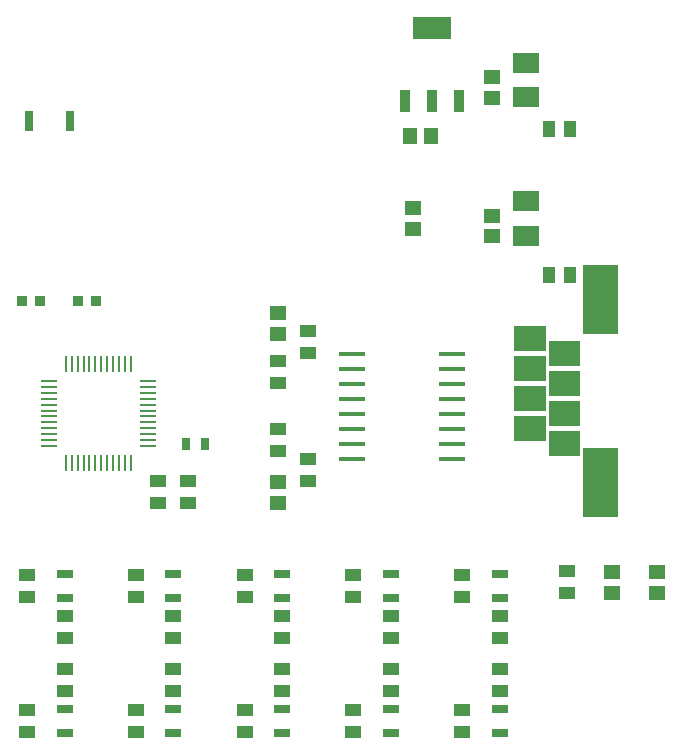
<source format=gbr>
G04 EAGLE Gerber RS-274X export*
G75*
%MOMM*%
%FSLAX34Y34*%
%LPD*%
%INSolderpaste Top*%
%IPPOS*%
%AMOC8*
5,1,8,0,0,1.08239X$1,22.5*%
G01*
G04 Define Apertures*
%ADD10R,0.920900X0.970200*%
%ADD11R,1.465300X1.164600*%
%ADD12R,1.164600X1.465300*%
%ADD13R,2.203600X1.795500*%
%ADD14R,1.361800X0.761800*%
%ADD15R,1.420200X1.031200*%
%ADD16R,1.031200X1.420200*%
%ADD17R,0.798700X0.973900*%
%ADD18R,0.800000X1.800000*%
%ADD19R,1.346200X0.279400*%
%ADD20R,0.279400X1.346200*%
%ADD21R,2.260600X0.457200*%
%ADD22R,0.897900X1.860300*%
%ADD23R,3.189100X1.860300*%
G36*
X629775Y265875D02*
X658775Y265875D01*
X658775Y207875D01*
X629775Y207875D01*
X629775Y265875D01*
G37*
G36*
X629775Y420775D02*
X658775Y420775D01*
X658775Y362775D01*
X629775Y362775D01*
X629775Y420775D01*
G37*
G36*
X570875Y293075D02*
X597875Y293075D01*
X597875Y272075D01*
X570875Y272075D01*
X570875Y293075D01*
G37*
G36*
X570875Y318475D02*
X597875Y318475D01*
X597875Y297475D01*
X570875Y297475D01*
X570875Y318475D01*
G37*
G36*
X570875Y343875D02*
X597875Y343875D01*
X597875Y322875D01*
X570875Y322875D01*
X570875Y343875D01*
G37*
G36*
X570875Y369275D02*
X597875Y369275D01*
X597875Y348275D01*
X570875Y348275D01*
X570875Y369275D01*
G37*
G36*
X600275Y280375D02*
X627275Y280375D01*
X627275Y259375D01*
X600275Y259375D01*
X600275Y280375D01*
G37*
G36*
X600275Y305775D02*
X627275Y305775D01*
X627275Y284775D01*
X600275Y284775D01*
X600275Y305775D01*
G37*
G36*
X600275Y331175D02*
X627275Y331175D01*
X627275Y310175D01*
X600275Y310175D01*
X600275Y331175D01*
G37*
G36*
X600275Y356575D02*
X627275Y356575D01*
X627275Y335575D01*
X600275Y335575D01*
X600275Y356575D01*
G37*
D10*
X201804Y390525D03*
X217296Y390525D03*
D11*
X654050Y161154D03*
X654050Y143646D03*
X371475Y362721D03*
X371475Y380229D03*
X371475Y237354D03*
X371475Y219846D03*
D10*
X154179Y390525D03*
X169671Y390525D03*
D11*
X692150Y161154D03*
X692150Y143646D03*
X552450Y562746D03*
X552450Y580254D03*
D12*
X500879Y530225D03*
X483371Y530225D03*
D11*
X552450Y445271D03*
X552450Y462779D03*
D13*
X581025Y563251D03*
X581025Y592449D03*
X581025Y445776D03*
X581025Y474974D03*
D11*
X485775Y469129D03*
X485775Y451621D03*
D14*
X374650Y138975D03*
X374650Y159475D03*
X282575Y24675D03*
X282575Y45175D03*
X374650Y24675D03*
X374650Y45175D03*
X466725Y138975D03*
X466725Y159475D03*
X466725Y24675D03*
X466725Y45175D03*
X558800Y138975D03*
X558800Y159475D03*
X558800Y24675D03*
X558800Y45175D03*
X190500Y138975D03*
X190500Y159475D03*
X190500Y24675D03*
X190500Y45175D03*
X282575Y138975D03*
X282575Y159475D03*
D15*
X342900Y158420D03*
X342900Y140030D03*
X434975Y158420D03*
X434975Y140030D03*
X466725Y123495D03*
X466725Y105105D03*
X434975Y25730D03*
X434975Y44120D03*
X466725Y60655D03*
X466725Y79045D03*
X527050Y158420D03*
X527050Y140030D03*
X558800Y123495D03*
X558800Y105105D03*
X374650Y123495D03*
X374650Y105105D03*
X527050Y25730D03*
X527050Y44120D03*
X558800Y60655D03*
X558800Y79045D03*
X250825Y158420D03*
X250825Y140030D03*
X282575Y123495D03*
X282575Y105105D03*
X250825Y25730D03*
X250825Y44120D03*
X282575Y60655D03*
X282575Y79045D03*
X158750Y158420D03*
X158750Y140030D03*
X190500Y123495D03*
X190500Y105105D03*
X158750Y25730D03*
X158750Y44120D03*
X190500Y60655D03*
X190500Y79045D03*
X342900Y25730D03*
X342900Y44120D03*
D16*
X600405Y536575D03*
X618795Y536575D03*
X600405Y412750D03*
X618795Y412750D03*
D15*
X615950Y143205D03*
X615950Y161595D03*
X396875Y364795D03*
X396875Y346405D03*
X371475Y339395D03*
X371475Y321005D03*
X371475Y263855D03*
X371475Y282245D03*
X374650Y60655D03*
X374650Y79045D03*
X396875Y238455D03*
X396875Y256845D03*
X269875Y219405D03*
X269875Y237795D03*
X295275Y219405D03*
X295275Y237795D03*
D17*
X309777Y269875D03*
X293473Y269875D03*
D18*
X160300Y542925D03*
X195300Y542925D03*
D19*
X177292Y322775D03*
X177292Y317775D03*
X177292Y312775D03*
X177292Y307775D03*
X177292Y302775D03*
X177292Y297775D03*
X177292Y292775D03*
X177292Y287775D03*
X177292Y282775D03*
X177292Y277775D03*
X177292Y272775D03*
X177292Y267775D03*
D20*
X191575Y253492D03*
X196575Y253492D03*
X201575Y253492D03*
X206575Y253492D03*
X211575Y253492D03*
X216575Y253492D03*
X221575Y253492D03*
X226575Y253492D03*
X231575Y253492D03*
X236575Y253492D03*
X241575Y253492D03*
X246575Y253492D03*
D19*
X260858Y267775D03*
X260858Y272775D03*
X260858Y277775D03*
X260858Y282775D03*
X260858Y287775D03*
X260858Y292775D03*
X260858Y297775D03*
X260858Y302775D03*
X260858Y307775D03*
X260858Y312775D03*
X260858Y317775D03*
X260858Y322775D03*
D20*
X246575Y337058D03*
X241575Y337058D03*
X236575Y337058D03*
X231575Y337058D03*
X226575Y337058D03*
X221575Y337058D03*
X216575Y337058D03*
X211575Y337058D03*
X206575Y337058D03*
X201575Y337058D03*
X196575Y337058D03*
X191575Y337058D03*
D21*
X433705Y346075D03*
X433705Y333375D03*
X433705Y320675D03*
X433705Y307975D03*
X433705Y295275D03*
X433705Y282575D03*
X433705Y269875D03*
X433705Y257175D03*
X518795Y257175D03*
X518795Y269875D03*
X518795Y282575D03*
X518795Y295275D03*
X518795Y307975D03*
X518795Y320675D03*
X518795Y333375D03*
X518795Y346075D03*
D22*
X478650Y559800D03*
X501650Y559800D03*
X524650Y559800D03*
D23*
X501650Y621300D03*
M02*

</source>
